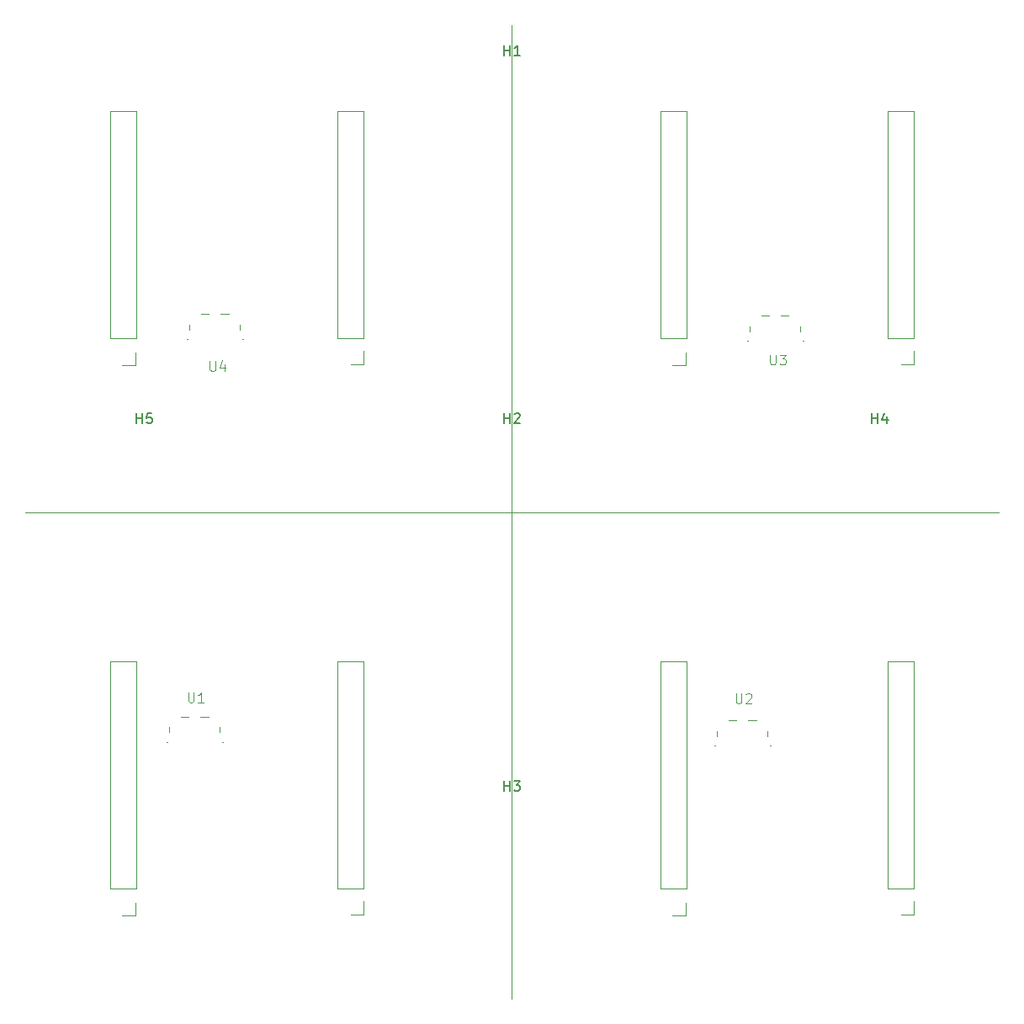
<source format=gbr>
%TF.GenerationSoftware,KiCad,Pcbnew,7.0.5-0*%
%TF.CreationDate,2024-05-08T17:08:20-04:00*%
%TF.ProjectId,quad_sipm,71756164-5f73-4697-906d-2e6b69636164,8.1*%
%TF.SameCoordinates,Original*%
%TF.FileFunction,Legend,Top*%
%TF.FilePolarity,Positive*%
%FSLAX46Y46*%
G04 Gerber Fmt 4.6, Leading zero omitted, Abs format (unit mm)*
G04 Created by KiCad (PCBNEW 7.0.5-0) date 2024-05-08 17:08:20*
%MOMM*%
%LPD*%
G01*
G04 APERTURE LIST*
%ADD10C,0.120000*%
%ADD11C,0.150000*%
%ADD12C,0.100000*%
G04 APERTURE END LIST*
D10*
X51000000Y-100000000D02*
X149000000Y-100000000D01*
X100000000Y-51000000D02*
X100000000Y-149000000D01*
D11*
%TO.C,H2*%
X99238095Y-91054819D02*
X99238095Y-90054819D01*
X99238095Y-90531009D02*
X99809523Y-90531009D01*
X99809523Y-91054819D02*
X99809523Y-90054819D01*
X100238095Y-90150057D02*
X100285714Y-90102438D01*
X100285714Y-90102438D02*
X100380952Y-90054819D01*
X100380952Y-90054819D02*
X100619047Y-90054819D01*
X100619047Y-90054819D02*
X100714285Y-90102438D01*
X100714285Y-90102438D02*
X100761904Y-90150057D01*
X100761904Y-90150057D02*
X100809523Y-90245295D01*
X100809523Y-90245295D02*
X100809523Y-90340533D01*
X100809523Y-90340533D02*
X100761904Y-90483390D01*
X100761904Y-90483390D02*
X100190476Y-91054819D01*
X100190476Y-91054819D02*
X100809523Y-91054819D01*
%TO.C,H3*%
X99238095Y-128054819D02*
X99238095Y-127054819D01*
X99238095Y-127531009D02*
X99809523Y-127531009D01*
X99809523Y-128054819D02*
X99809523Y-127054819D01*
X100190476Y-127054819D02*
X100809523Y-127054819D01*
X100809523Y-127054819D02*
X100476190Y-127435771D01*
X100476190Y-127435771D02*
X100619047Y-127435771D01*
X100619047Y-127435771D02*
X100714285Y-127483390D01*
X100714285Y-127483390D02*
X100761904Y-127531009D01*
X100761904Y-127531009D02*
X100809523Y-127626247D01*
X100809523Y-127626247D02*
X100809523Y-127864342D01*
X100809523Y-127864342D02*
X100761904Y-127959580D01*
X100761904Y-127959580D02*
X100714285Y-128007200D01*
X100714285Y-128007200D02*
X100619047Y-128054819D01*
X100619047Y-128054819D02*
X100333333Y-128054819D01*
X100333333Y-128054819D02*
X100238095Y-128007200D01*
X100238095Y-128007200D02*
X100190476Y-127959580D01*
%TO.C,H4*%
X136238095Y-91054819D02*
X136238095Y-90054819D01*
X136238095Y-90531009D02*
X136809523Y-90531009D01*
X136809523Y-91054819D02*
X136809523Y-90054819D01*
X137714285Y-90388152D02*
X137714285Y-91054819D01*
X137476190Y-90007200D02*
X137238095Y-90721485D01*
X137238095Y-90721485D02*
X137857142Y-90721485D01*
%TO.C,H5*%
X62238095Y-91054819D02*
X62238095Y-90054819D01*
X62238095Y-90531009D02*
X62809523Y-90531009D01*
X62809523Y-91054819D02*
X62809523Y-90054819D01*
X63761904Y-90054819D02*
X63285714Y-90054819D01*
X63285714Y-90054819D02*
X63238095Y-90531009D01*
X63238095Y-90531009D02*
X63285714Y-90483390D01*
X63285714Y-90483390D02*
X63380952Y-90435771D01*
X63380952Y-90435771D02*
X63619047Y-90435771D01*
X63619047Y-90435771D02*
X63714285Y-90483390D01*
X63714285Y-90483390D02*
X63761904Y-90531009D01*
X63761904Y-90531009D02*
X63809523Y-90626247D01*
X63809523Y-90626247D02*
X63809523Y-90864342D01*
X63809523Y-90864342D02*
X63761904Y-90959580D01*
X63761904Y-90959580D02*
X63714285Y-91007200D01*
X63714285Y-91007200D02*
X63619047Y-91054819D01*
X63619047Y-91054819D02*
X63380952Y-91054819D01*
X63380952Y-91054819D02*
X63285714Y-91007200D01*
X63285714Y-91007200D02*
X63238095Y-90959580D01*
%TO.C,H1*%
X99238095Y-54054819D02*
X99238095Y-53054819D01*
X99238095Y-53531009D02*
X99809523Y-53531009D01*
X99809523Y-54054819D02*
X99809523Y-53054819D01*
X100809523Y-54054819D02*
X100238095Y-54054819D01*
X100523809Y-54054819D02*
X100523809Y-53054819D01*
X100523809Y-53054819D02*
X100428571Y-53197676D01*
X100428571Y-53197676D02*
X100333333Y-53292914D01*
X100333333Y-53292914D02*
X100238095Y-53340533D01*
D12*
%TO.C,U4*%
X69596095Y-84797019D02*
X69596095Y-85606542D01*
X69596095Y-85606542D02*
X69643714Y-85701780D01*
X69643714Y-85701780D02*
X69691333Y-85749400D01*
X69691333Y-85749400D02*
X69786571Y-85797019D01*
X69786571Y-85797019D02*
X69977047Y-85797019D01*
X69977047Y-85797019D02*
X70072285Y-85749400D01*
X70072285Y-85749400D02*
X70119904Y-85701780D01*
X70119904Y-85701780D02*
X70167523Y-85606542D01*
X70167523Y-85606542D02*
X70167523Y-84797019D01*
X71072285Y-85130352D02*
X71072285Y-85797019D01*
X70834190Y-84749400D02*
X70596095Y-85463685D01*
X70596095Y-85463685D02*
X71215142Y-85463685D01*
%TO.C,U1*%
X67424395Y-118138919D02*
X67424395Y-118948442D01*
X67424395Y-118948442D02*
X67472014Y-119043680D01*
X67472014Y-119043680D02*
X67519633Y-119091300D01*
X67519633Y-119091300D02*
X67614871Y-119138919D01*
X67614871Y-119138919D02*
X67805347Y-119138919D01*
X67805347Y-119138919D02*
X67900585Y-119091300D01*
X67900585Y-119091300D02*
X67948204Y-119043680D01*
X67948204Y-119043680D02*
X67995823Y-118948442D01*
X67995823Y-118948442D02*
X67995823Y-118138919D01*
X68995823Y-119138919D02*
X68424395Y-119138919D01*
X68710109Y-119138919D02*
X68710109Y-118138919D01*
X68710109Y-118138919D02*
X68614871Y-118281776D01*
X68614871Y-118281776D02*
X68519633Y-118377014D01*
X68519633Y-118377014D02*
X68424395Y-118424633D01*
%TO.C,U2*%
X122529695Y-118257619D02*
X122529695Y-119067142D01*
X122529695Y-119067142D02*
X122577314Y-119162380D01*
X122577314Y-119162380D02*
X122624933Y-119210000D01*
X122624933Y-119210000D02*
X122720171Y-119257619D01*
X122720171Y-119257619D02*
X122910647Y-119257619D01*
X122910647Y-119257619D02*
X123005885Y-119210000D01*
X123005885Y-119210000D02*
X123053504Y-119162380D01*
X123053504Y-119162380D02*
X123101123Y-119067142D01*
X123101123Y-119067142D02*
X123101123Y-118257619D01*
X123529695Y-118352857D02*
X123577314Y-118305238D01*
X123577314Y-118305238D02*
X123672552Y-118257619D01*
X123672552Y-118257619D02*
X123910647Y-118257619D01*
X123910647Y-118257619D02*
X124005885Y-118305238D01*
X124005885Y-118305238D02*
X124053504Y-118352857D01*
X124053504Y-118352857D02*
X124101123Y-118448095D01*
X124101123Y-118448095D02*
X124101123Y-118543333D01*
X124101123Y-118543333D02*
X124053504Y-118686190D01*
X124053504Y-118686190D02*
X123482076Y-119257619D01*
X123482076Y-119257619D02*
X124101123Y-119257619D01*
%TO.C,U3*%
X125979295Y-84166419D02*
X125979295Y-84975942D01*
X125979295Y-84975942D02*
X126026914Y-85071180D01*
X126026914Y-85071180D02*
X126074533Y-85118800D01*
X126074533Y-85118800D02*
X126169771Y-85166419D01*
X126169771Y-85166419D02*
X126360247Y-85166419D01*
X126360247Y-85166419D02*
X126455485Y-85118800D01*
X126455485Y-85118800D02*
X126503104Y-85071180D01*
X126503104Y-85071180D02*
X126550723Y-84975942D01*
X126550723Y-84975942D02*
X126550723Y-84166419D01*
X126931676Y-84166419D02*
X127550723Y-84166419D01*
X127550723Y-84166419D02*
X127217390Y-84547371D01*
X127217390Y-84547371D02*
X127360247Y-84547371D01*
X127360247Y-84547371D02*
X127455485Y-84594990D01*
X127455485Y-84594990D02*
X127503104Y-84642609D01*
X127503104Y-84642609D02*
X127550723Y-84737847D01*
X127550723Y-84737847D02*
X127550723Y-84975942D01*
X127550723Y-84975942D02*
X127503104Y-85071180D01*
X127503104Y-85071180D02*
X127455485Y-85118800D01*
X127455485Y-85118800D02*
X127360247Y-85166419D01*
X127360247Y-85166419D02*
X127074533Y-85166419D01*
X127074533Y-85166419D02*
X126979295Y-85118800D01*
X126979295Y-85118800D02*
X126931676Y-85071180D01*
D10*
%TO.C,J7*%
X140476000Y-85150000D02*
X139146000Y-85150000D01*
X140476000Y-83820000D02*
X140476000Y-85150000D01*
X140476000Y-82550000D02*
X140476000Y-59630000D01*
X140476000Y-82550000D02*
X137816000Y-82550000D01*
X140476000Y-59630000D02*
X137816000Y-59630000D01*
X137816000Y-82550000D02*
X137816000Y-59630000D01*
X117616000Y-82550000D02*
X117616000Y-59630000D01*
X117616000Y-82550000D02*
X114956000Y-82550000D01*
X117616000Y-59630000D02*
X114956000Y-59630000D01*
X117463600Y-85251600D02*
X116133600Y-85251600D01*
X117463600Y-83921600D02*
X117463600Y-85251600D01*
X114956000Y-82550000D02*
X114956000Y-59630000D01*
%TO.C,J8*%
X85104000Y-85150000D02*
X83774000Y-85150000D01*
X85104000Y-83820000D02*
X85104000Y-85150000D01*
X85104000Y-82550000D02*
X85104000Y-59630000D01*
X85104000Y-82550000D02*
X82444000Y-82550000D01*
X85104000Y-59630000D02*
X82444000Y-59630000D01*
X82444000Y-82550000D02*
X82444000Y-59630000D01*
X62244000Y-82550000D02*
X62244000Y-59630000D01*
X62244000Y-82550000D02*
X59584000Y-82550000D01*
X62244000Y-59630000D02*
X59584000Y-59630000D01*
X62091600Y-85251600D02*
X60761600Y-85251600D01*
X62091600Y-83921600D02*
X62091600Y-85251600D01*
X59584000Y-82550000D02*
X59584000Y-59630000D01*
%TO.C,J6*%
X85104000Y-140522000D02*
X83774000Y-140522000D01*
X85104000Y-139192000D02*
X85104000Y-140522000D01*
X85104000Y-137922000D02*
X85104000Y-115002000D01*
X85104000Y-137922000D02*
X82444000Y-137922000D01*
X85104000Y-115002000D02*
X82444000Y-115002000D01*
X82444000Y-137922000D02*
X82444000Y-115002000D01*
X62244000Y-137922000D02*
X62244000Y-115002000D01*
X62244000Y-137922000D02*
X59584000Y-137922000D01*
X62244000Y-115002000D02*
X59584000Y-115002000D01*
X62091600Y-140623600D02*
X60761600Y-140623600D01*
X62091600Y-139293600D02*
X62091600Y-140623600D01*
X59584000Y-137922000D02*
X59584000Y-115002000D01*
%TO.C,J5*%
X140476000Y-140522000D02*
X139146000Y-140522000D01*
X140476000Y-139192000D02*
X140476000Y-140522000D01*
X140476000Y-137922000D02*
X140476000Y-115002000D01*
X140476000Y-137922000D02*
X137816000Y-137922000D01*
X140476000Y-115002000D02*
X137816000Y-115002000D01*
X137816000Y-137922000D02*
X137816000Y-115002000D01*
X117616000Y-137922000D02*
X117616000Y-115002000D01*
X117616000Y-137922000D02*
X114956000Y-137922000D01*
X117616000Y-115002000D02*
X114956000Y-115002000D01*
X117463600Y-140623600D02*
X116133600Y-140623600D01*
X117463600Y-139293600D02*
X117463600Y-140623600D01*
X114956000Y-137922000D02*
X114956000Y-115002000D01*
D12*
%TO.C,U4*%
X67360800Y-82600800D02*
X67259200Y-82600800D01*
X67564000Y-81635600D02*
X67564000Y-81127600D01*
X68732400Y-80060800D02*
X69494400Y-80060800D01*
X70662800Y-80060800D02*
X71475600Y-80060800D01*
X72644000Y-81635600D02*
X72644000Y-81127600D01*
X72847200Y-82600800D02*
X72948800Y-82600800D01*
%TO.C,U1*%
X65341500Y-123126500D02*
X65239900Y-123126500D01*
X65544700Y-122161300D02*
X65544700Y-121653300D01*
X66713100Y-120586500D02*
X67475100Y-120586500D01*
X68643500Y-120586500D02*
X69456300Y-120586500D01*
X70624700Y-122161300D02*
X70624700Y-121653300D01*
X70827900Y-123126500D02*
X70929500Y-123126500D01*
%TO.C,U2*%
X120446800Y-123499200D02*
X120345200Y-123499200D01*
X120650000Y-122534000D02*
X120650000Y-122026000D01*
X121818400Y-120959200D02*
X122580400Y-120959200D01*
X123748800Y-120959200D02*
X124561600Y-120959200D01*
X125730000Y-122534000D02*
X125730000Y-122026000D01*
X125933200Y-123499200D02*
X126034800Y-123499200D01*
%TO.C,U3*%
X123744000Y-82804000D02*
X123642400Y-82804000D01*
X123947200Y-81838800D02*
X123947200Y-81330800D01*
X125115600Y-80264000D02*
X125877600Y-80264000D01*
X127046000Y-80264000D02*
X127858800Y-80264000D01*
X129027200Y-81838800D02*
X129027200Y-81330800D01*
X129230400Y-82804000D02*
X129332000Y-82804000D01*
%TD*%
M02*

</source>
